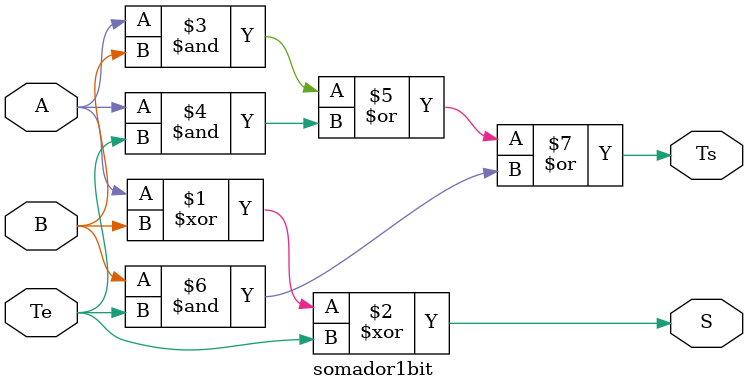
<source format=v>


module somador1bit(A, B, Te, Ts, S);//variaveis que aparecem no circuito

//input [17:15]SW;

input A, B, Te;

output Ts, S;


assign S =A ^ B ^ Te;
assign Ts = (A&B) | (A&Te) | (B&Te);


	


endmodule

</source>
